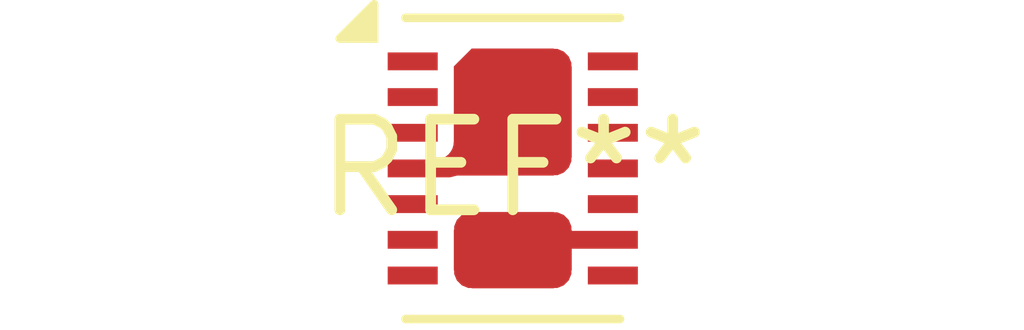
<source format=kicad_pcb>
(kicad_pcb (version 20240108) (generator pcbnew)
  (layers (0 "F.Cu" signal) (31 "B.Cu" signal) (34 "B.Paste" user) (35 "F.Paste" user) (36 "B.SilkS" user "B.Silkscreen") (37 "F.SilkS" user "F.Silkscreen") (38 "B.Mask" user) (39 "F.Mask" user) (44 "Edge.Cuts" user))
  (net 0 "")
  (footprint "Linear_DE14MA" (layer "F.Cu") (at 0 0)
    (property "Reference" "REF**")
    (property "Value" "Linear_DE14MA")
    (fp_line (start -1.5 -2.11) (end 1.5 -2.11) (layer "F.SilkS") (stroke (width 0.12)))
    (fp_line (start -1.5 2.11) (end 1.5 2.11) (layer "F.SilkS") (stroke (width 0.12)))
    (fp_poly (pts (xy -1.94 -1.82) (xy -2.42 -1.82) (xy -1.94 -2.3) (xy -1.94 -1.82)) (layer "F.SilkS") (stroke (width 0.12)) (fill solid))
    (pad "1" smd rect (at -1.4 -1.5) (size 0.7 0.25) (layers "F.Cu" "F.Paste" "F.Mask"))
    (pad "2" smd rect (at -1.4 -1) (size 0.7 0.25) (layers "F.Cu" "F.Paste" "F.Mask"))
    (pad "3" smd rect (at -1.4 -0.5) (size 0.7 0.25) (layers "F.Cu" "F.Paste" "F.Mask"))
    (pad "4" smd custom (at 0 -0.79) (size 1.65 1.28) (layers "F.Cu" "F.Paste" "F.Mask") (options (clearance outline) (anchor rect)) (primitives (gr_circle (center 0.575 -0.64) (end 0.825 -0.64) (width 0) (fill yes)) (gr_circle (center 0.575 0.64) (end 0.825 0.64) (width 0) (fill yes)) (gr_poly (pts (xy 0.575 0.89) (xy -0.825 0.89) (xy -0.825 -0.64) (xy -0.575 -0.89) (xy 0.575 -0.89)) (width 0) (fill yes)) (gr_poly (pts (xy -0.78 0.89) (xy -0.88 0.915) (xy -1.75 0.915) (xy -1.75 0.665) (xy -0.78 0.665)) (width 0) (fill yes)) (gr_poly (pts (xy -0.825 0.665) (xy -1.075 0.665) (xy -1.025 0.66) (xy -0.977 0.645) (xy -0.935 0.622) (xy -0.897 0.591) (xy -0.866 0.552) (xy -0.844 0.511) (xy -0.83 0.464) (xy -0.825 0.415)) (width 0.001) (fill yes))))
    (pad "5" smd rect (at -1.4 0.5) (size 0.7 0.25) (layers "F.Cu" "F.Paste" "F.Mask"))
    (pad "6" smd rect (at -1.4 1) (size 0.7 0.25) (layers "F.Cu" "F.Paste" "F.Mask"))
    (pad "7" smd rect (at -1.4 1.5) (size 0.7 0.25) (layers "F.Cu" "F.Paste" "F.Mask"))
    (pad "8" smd rect (at 1.4 1.5) (size 0.7 0.25) (layers "F.Cu" "F.Paste" "F.Mask"))
    (pad "9" smd custom (at 0 1.145) (size 1.15 1.07) (layers "F.Cu" "F.Paste" "F.Mask") (options (clearance outline) (anchor rect)) (primitives (gr_circle (center -0.575 -0.285) (end -0.325 -0.285) (width 0) (fill yes)) (gr_circle (center 0.575 -0.285) (end 0.825 -0.285) (width 0) (fill yes)) (gr_circle (center -0.575 0.285) (end -0.325 0.285) (width 0) (fill yes)) (gr_circle (center 0.575 0.285) (end 0.825 0.285) (width 0) (fill yes)) (gr_poly (pts (xy 0.825 0.285) (xy -0.825 0.285) (xy -0.825 -0.285) (xy 0.825 -0.285)) (width 0) (fill yes)) (gr_poly (pts (xy 1.75 -0.02) (xy 0.825 -0.02) (xy 0.825 -0.27) (xy 1.75 -0.27)) (width 0) (fill yes))))
    (pad "10" smd rect (at 1.4 0.5) (size 0.7 0.25) (layers "F.Cu" "F.Paste" "F.Mask"))
    (pad "11" smd rect (at 1.4 0) (size 0.7 0.25) (layers "F.Cu" "F.Paste" "F.Mask"))
    (pad "12" smd rect (at 1.4 -0.5) (size 0.7 0.25) (layers "F.Cu" "F.Paste" "F.Mask"))
    (pad "13" smd rect (at 1.4 -1) (size 0.7 0.25) (layers "F.Cu" "F.Paste" "F.Mask"))
    (pad "14" smd rect (at 1.4 -1.5) (size 0.7 0.25) (layers "F.Cu" "F.Paste" "F.Mask"))
  )
)
</source>
